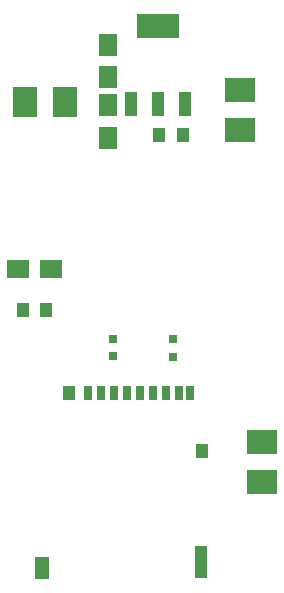
<source format=gbr>
G04 #@! TF.FileFunction,Paste,Bot*
%FSLAX46Y46*%
G04 Gerber Fmt 4.6, Leading zero omitted, Abs format (unit mm)*
G04 Created by KiCad (PCBNEW 4.0.4+e1-6308~48~ubuntu16.04.1-stable) date Thu Nov 24 17:46:36 2016*
%MOMM*%
%LPD*%
G01*
G04 APERTURE LIST*
%ADD10C,0.100000*%
%ADD11R,0.750000X0.800000*%
%ADD12R,1.950720X1.501140*%
%ADD13R,1.000000X1.250000*%
%ADD14R,1.501140X1.950720*%
%ADD15R,0.700000X1.200000*%
%ADD16R,1.000000X2.800000*%
%ADD17R,1.300000X1.900000*%
%ADD18R,1.100000X1.200000*%
%ADD19R,1.000000X1.200000*%
%ADD20R,2.500000X2.000000*%
%ADD21R,2.000000X2.500000*%
%ADD22R,3.657600X2.032000*%
%ADD23R,1.016000X2.032000*%
G04 APERTURE END LIST*
D10*
D11*
X130820000Y-130480000D03*
X130820000Y-131980000D03*
X135900000Y-130520000D03*
X135900000Y-132020000D03*
D12*
X125574140Y-124600000D03*
X122825860Y-124600000D03*
D13*
X134750000Y-113230000D03*
X136750000Y-113230000D03*
X125200000Y-128100000D03*
X123200000Y-128100000D03*
D14*
X130400000Y-110725860D03*
X130400000Y-113474140D03*
X130400000Y-108374140D03*
X130400000Y-105625860D03*
D15*
X135310000Y-135130000D03*
D16*
X138310000Y-149430000D03*
D17*
X124810000Y-149880000D03*
D15*
X136410000Y-135130000D03*
X134210000Y-135130000D03*
X133110000Y-135130000D03*
X132010000Y-135130000D03*
X130910000Y-135130000D03*
X129810000Y-135130000D03*
X128710000Y-135130000D03*
D18*
X127160000Y-135130000D03*
D15*
X137360000Y-135130000D03*
D19*
X138410000Y-140030000D03*
D20*
X141610000Y-112830000D03*
X141610000Y-109430000D03*
X143500000Y-142660000D03*
X143500000Y-139260000D03*
D21*
X123380000Y-110490000D03*
X126780000Y-110490000D03*
D22*
X134620000Y-104013000D03*
D23*
X134620000Y-110617000D03*
X132334000Y-110617000D03*
X136906000Y-110617000D03*
M02*

</source>
